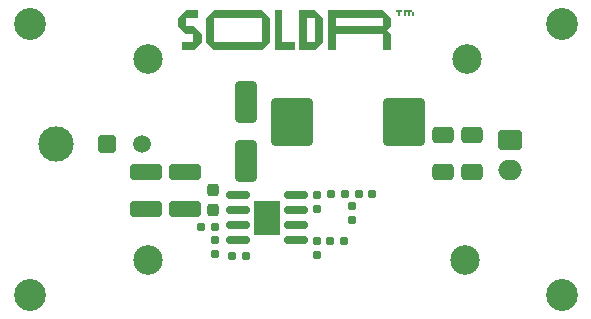
<source format=gbr>
%TF.GenerationSoftware,KiCad,Pcbnew,9.0.0*%
%TF.CreationDate,2025-04-05T15:37:09+05:30*%
%TF.ProjectId,Soldr_project,536f6c64-725f-4707-926f-6a6563742e6b,rev?*%
%TF.SameCoordinates,Original*%
%TF.FileFunction,Soldermask,Top*%
%TF.FilePolarity,Negative*%
%FSLAX46Y46*%
G04 Gerber Fmt 4.6, Leading zero omitted, Abs format (unit mm)*
G04 Created by KiCad (PCBNEW 9.0.0) date 2025-04-05 15:37:09*
%MOMM*%
%LPD*%
G01*
G04 APERTURE LIST*
G04 Aperture macros list*
%AMRoundRect*
0 Rectangle with rounded corners*
0 $1 Rounding radius*
0 $2 $3 $4 $5 $6 $7 $8 $9 X,Y pos of 4 corners*
0 Add a 4 corners polygon primitive as box body*
4,1,4,$2,$3,$4,$5,$6,$7,$8,$9,$2,$3,0*
0 Add four circle primitives for the rounded corners*
1,1,$1+$1,$2,$3*
1,1,$1+$1,$4,$5*
1,1,$1+$1,$6,$7*
1,1,$1+$1,$8,$9*
0 Add four rect primitives between the rounded corners*
20,1,$1+$1,$2,$3,$4,$5,0*
20,1,$1+$1,$4,$5,$6,$7,0*
20,1,$1+$1,$6,$7,$8,$9,0*
20,1,$1+$1,$8,$9,$2,$3,0*%
G04 Aperture macros list end*
%ADD10C,0.000000*%
%ADD11RoundRect,0.150000X-0.825000X-0.150000X0.825000X-0.150000X0.825000X0.150000X-0.825000X0.150000X0*%
%ADD12R,2.290000X3.000000*%
%ADD13C,2.700000*%
%ADD14C,2.500000*%
%ADD15RoundRect,0.250000X-0.750000X0.600000X-0.750000X-0.600000X0.750000X-0.600000X0.750000X0.600000X0*%
%ADD16O,2.000000X1.700000*%
%ADD17RoundRect,0.160000X-0.160000X0.197500X-0.160000X-0.197500X0.160000X-0.197500X0.160000X0.197500X0*%
%ADD18RoundRect,0.160000X0.197500X0.160000X-0.197500X0.160000X-0.197500X-0.160000X0.197500X-0.160000X0*%
%ADD19RoundRect,0.160000X-0.197500X-0.160000X0.197500X-0.160000X0.197500X0.160000X-0.197500X0.160000X0*%
%ADD20RoundRect,0.250002X-1.499998X-1.749998X1.499998X-1.749998X1.499998X1.749998X-1.499998X1.749998X0*%
%ADD21C,3.000000*%
%ADD22RoundRect,0.250001X0.499999X-0.499999X0.499999X0.499999X-0.499999X0.499999X-0.499999X-0.499999X0*%
%ADD23C,1.500000*%
%ADD24RoundRect,0.250000X-0.650000X1.500000X-0.650000X-1.500000X0.650000X-1.500000X0.650000X1.500000X0*%
%ADD25RoundRect,0.250000X-0.650000X0.412500X-0.650000X-0.412500X0.650000X-0.412500X0.650000X0.412500X0*%
%ADD26RoundRect,0.155000X-0.212500X-0.155000X0.212500X-0.155000X0.212500X0.155000X-0.212500X0.155000X0*%
%ADD27RoundRect,0.155000X0.155000X-0.212500X0.155000X0.212500X-0.155000X0.212500X-0.155000X-0.212500X0*%
%ADD28RoundRect,0.237500X0.237500X-0.300000X0.237500X0.300000X-0.237500X0.300000X-0.237500X-0.300000X0*%
%ADD29RoundRect,0.250000X1.100000X-0.412500X1.100000X0.412500X-1.100000X0.412500X-1.100000X-0.412500X0*%
G04 APERTURE END LIST*
D10*
%TO.C,G\u002A\u002A\u002A*%
G36*
X130374481Y-79156756D02*
G01*
X130374481Y-80505782D01*
X130885355Y-80505782D01*
X131396229Y-80505782D01*
X131396229Y-80849025D01*
X131396229Y-81192269D01*
X130550094Y-81192269D01*
X129703960Y-81192269D01*
X129703960Y-79500000D01*
X129703960Y-77807731D01*
X130039221Y-77807731D01*
X130374481Y-77807731D01*
X130374481Y-79156756D01*
G37*
G36*
X140496166Y-77895537D02*
G01*
X140496166Y-77983343D01*
X140408359Y-77983343D01*
X140320553Y-77983343D01*
X140320553Y-78150974D01*
X140320553Y-78318604D01*
X140232747Y-78318604D01*
X140144940Y-78318604D01*
X140144940Y-78150974D01*
X140144940Y-77983343D01*
X140065116Y-77983343D01*
X139985292Y-77983343D01*
X139985292Y-77895537D01*
X139985292Y-77807731D01*
X140240729Y-77807731D01*
X140496166Y-77807731D01*
X140496166Y-77895537D01*
G37*
G36*
X133467801Y-78147119D02*
G01*
X133806914Y-78486507D01*
X133806914Y-79500275D01*
X133806914Y-80514043D01*
X133467526Y-80853156D01*
X133128138Y-81192269D01*
X132453761Y-81192269D01*
X131779384Y-81192269D01*
X131779384Y-80505782D01*
X132449906Y-80505782D01*
X132785167Y-80505782D01*
X133120427Y-80505782D01*
X133120427Y-79500000D01*
X133120427Y-78494217D01*
X132785167Y-78494217D01*
X132449906Y-78494217D01*
X132449906Y-79500000D01*
X132449906Y-80505782D01*
X131779384Y-80505782D01*
X131779384Y-79500000D01*
X131779384Y-77807731D01*
X132454036Y-77807731D01*
X133128688Y-77807731D01*
X133467801Y-78147119D01*
G37*
G36*
X128980267Y-78154283D02*
G01*
X129320804Y-78500835D01*
X129320804Y-79500740D01*
X129320804Y-80500645D01*
X128980995Y-80846457D01*
X128641185Y-81192269D01*
X126614074Y-81192269D01*
X124586962Y-81192269D01*
X124247849Y-80852880D01*
X123908737Y-80513492D01*
X123908737Y-80505782D01*
X124595223Y-80505782D01*
X126614771Y-80505782D01*
X128634318Y-80505782D01*
X128634318Y-79500000D01*
X128634318Y-78494217D01*
X126614771Y-78494217D01*
X124595223Y-78494217D01*
X124595223Y-79500000D01*
X124595223Y-80505782D01*
X123908737Y-80505782D01*
X123908737Y-79500000D01*
X123908737Y-79499724D01*
X123908737Y-78485956D01*
X124248125Y-78146843D01*
X124587513Y-77807731D01*
X126613621Y-77807731D01*
X128639730Y-77807731D01*
X128980267Y-78154283D01*
G37*
G36*
X140995066Y-77811404D02*
G01*
X141334318Y-77815713D01*
X141339144Y-77899528D01*
X141343969Y-77983343D01*
X141422959Y-77983343D01*
X141501948Y-77983343D01*
X141501948Y-78150974D01*
X141501948Y-78318604D01*
X141414142Y-78318604D01*
X141326336Y-78318604D01*
X141326336Y-78150974D01*
X141326336Y-77983343D01*
X141246512Y-77983343D01*
X141166688Y-77983343D01*
X141166688Y-78150974D01*
X141166688Y-78318604D01*
X141078881Y-78318604D01*
X140991075Y-78318604D01*
X140991075Y-78150974D01*
X140991075Y-77983343D01*
X140911251Y-77983343D01*
X140831427Y-77983343D01*
X140831427Y-78150974D01*
X140831427Y-78318604D01*
X140743620Y-78318604D01*
X140655814Y-78318604D01*
X140655814Y-78062850D01*
X140655814Y-77807096D01*
X140995066Y-77811404D01*
G37*
G36*
X123186647Y-78146983D02*
G01*
X123182338Y-78486235D01*
X122683438Y-78490453D01*
X122184538Y-78494672D01*
X122184538Y-78821723D01*
X122184538Y-79148774D01*
X122515093Y-79148774D01*
X122845647Y-79148774D01*
X123185614Y-79492933D01*
X123525581Y-79837093D01*
X123525581Y-80175568D01*
X123525581Y-80514043D01*
X123186193Y-80853156D01*
X122846805Y-81192269D01*
X122340059Y-81192269D01*
X121833312Y-81192269D01*
X121833312Y-80849025D01*
X121833312Y-80505782D01*
X122336204Y-80505782D01*
X122839095Y-80505782D01*
X122839095Y-80170521D01*
X122839095Y-79835260D01*
X122507686Y-79835260D01*
X122176277Y-79835260D01*
X121837164Y-79495872D01*
X121498052Y-79156484D01*
X121498052Y-78821220D01*
X121498052Y-78485956D01*
X121837440Y-78146843D01*
X122176828Y-77807731D01*
X122683892Y-77807731D01*
X123190956Y-77807731D01*
X123186647Y-78146983D01*
G37*
G36*
X139255039Y-78155098D02*
G01*
X139602137Y-78502466D01*
X139602137Y-78829350D01*
X139602137Y-79156235D01*
X139431390Y-79327513D01*
X139260642Y-79498792D01*
X139431390Y-79673886D01*
X139602137Y-79848980D01*
X139602137Y-80520624D01*
X139602137Y-81192269D01*
X139258894Y-81192269D01*
X138915650Y-81192269D01*
X138915650Y-80521747D01*
X138915650Y-79851225D01*
X136896103Y-79851225D01*
X134876556Y-79851225D01*
X134876556Y-80521747D01*
X134876556Y-81192269D01*
X134533312Y-81192269D01*
X134190069Y-81192269D01*
X134190069Y-79500000D01*
X134190069Y-79164739D01*
X134876556Y-79164739D01*
X136896103Y-79164739D01*
X138915650Y-79164739D01*
X138915650Y-78829478D01*
X138915650Y-78494217D01*
X136896103Y-78494217D01*
X134876556Y-78494217D01*
X134876556Y-78829478D01*
X134876556Y-79164739D01*
X134190069Y-79164739D01*
X134190069Y-78829478D01*
X134190069Y-77807731D01*
X136549005Y-77807731D01*
X138907940Y-77807731D01*
X139255039Y-78155098D01*
G37*
%TD*%
D11*
%TO.C,U1*%
X126572500Y-93495000D03*
X126572500Y-94765000D03*
X126572500Y-96035000D03*
X126572500Y-97305000D03*
X131522500Y-97305000D03*
X131522500Y-96035000D03*
X131522500Y-94765000D03*
X131522500Y-93495000D03*
D12*
X129047500Y-95400000D03*
%TD*%
D13*
%TO.C,H4*%
X154000000Y-102000000D03*
%TD*%
%TO.C,H3*%
X109000000Y-102000000D03*
%TD*%
%TO.C,H2*%
X154000000Y-79000000D03*
%TD*%
%TO.C,H1*%
X109000000Y-79000000D03*
%TD*%
D14*
%TO.C,TP4*%
X119000000Y-82000000D03*
%TD*%
%TO.C,TP3*%
X119000000Y-99000000D03*
%TD*%
%TO.C,TP2*%
X145800000Y-99000000D03*
%TD*%
%TO.C,TP1*%
X146000000Y-82000000D03*
%TD*%
D15*
%TO.C,J1*%
X149667500Y-88850000D03*
D16*
X149667500Y-91350000D03*
%TD*%
D17*
%TO.C,R8*%
X133300000Y-97402500D03*
X133300000Y-98597500D03*
%TD*%
D18*
%TO.C,R7*%
X135597500Y-97400000D03*
X134402500Y-97400000D03*
%TD*%
D19*
%TO.C,R6*%
X134502500Y-93400000D03*
X135697500Y-93400000D03*
%TD*%
%TO.C,R3*%
X126105000Y-98700000D03*
X127300000Y-98700000D03*
%TD*%
D17*
%TO.C,R2*%
X124700000Y-97302500D03*
X124700000Y-98497500D03*
%TD*%
D19*
%TO.C,R1*%
X123502500Y-96200000D03*
X124697500Y-96200000D03*
%TD*%
D20*
%TO.C,L1*%
X131150000Y-87300000D03*
X140650000Y-87300000D03*
%TD*%
D21*
%TO.C,J2*%
X111180000Y-89200000D03*
D22*
X115500000Y-89200000D03*
D23*
X118500000Y-89200000D03*
%TD*%
D24*
%TO.C,D1*%
X127300000Y-85600000D03*
X127300000Y-90600000D03*
%TD*%
D25*
%TO.C,C8*%
X146400000Y-88437500D03*
X146400000Y-91562500D03*
%TD*%
%TO.C,C7*%
X144000000Y-88437500D03*
X144000000Y-91562500D03*
%TD*%
D26*
%TO.C,C6*%
X136832500Y-93400000D03*
X137967500Y-93400000D03*
%TD*%
D27*
%TO.C,C5*%
X136300000Y-95600000D03*
X136300000Y-94465000D03*
%TD*%
%TO.C,C4*%
X133300000Y-94667500D03*
X133300000Y-93532500D03*
%TD*%
D28*
%TO.C,C3*%
X124500000Y-94762500D03*
X124500000Y-93037500D03*
%TD*%
D29*
%TO.C,C2*%
X122100000Y-94662500D03*
X122100000Y-91537500D03*
%TD*%
%TO.C,C1*%
X118800000Y-94662500D03*
X118800000Y-91537500D03*
%TD*%
M02*

</source>
